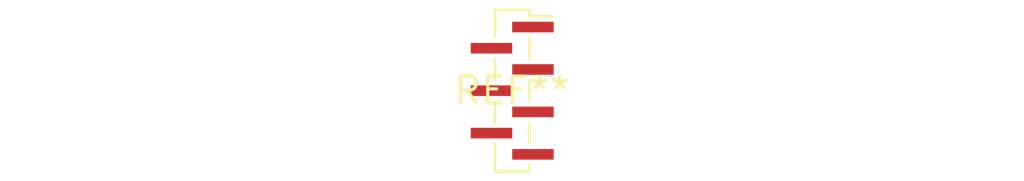
<source format=kicad_pcb>
(kicad_pcb (version 20240108) (generator pcbnew)
  (layers (0 "F.Cu" signal) (31 "B.Cu" signal) (34 "B.Paste" user) (35 "F.Paste" user) (36 "B.SilkS" user "B.Silkscreen") (37 "F.SilkS" user "F.Silkscreen") (38 "B.Mask" user) (39 "F.Mask" user) (44 "Edge.Cuts" user))
  (net 0 "")
  (footprint "PinSocket_1x07_P1.00mm_Vertical_SMD_Pin1Right" (layer "F.Cu") (at 0 0)
    (property "Reference" "REF**")
    (property "Value" "PinSocket_1x07_P1.00mm_Vertical_SMD_Pin1Right")
    (fp_line (start -0.81 -3.81) (end -0.81 -2.51) (layer "F.SilkS") (stroke (width 0.12)))
    (fp_line (start -0.81 -3.81) (end 0.81 -3.81) (layer "F.SilkS") (stroke (width 0.12)))
    (fp_line (start -0.81 -1.49) (end -0.81 -0.51) (layer "F.SilkS") (stroke (width 0.12)))
    (fp_line (start -0.81 0.51) (end -0.81 1.49) (layer "F.SilkS") (stroke (width 0.12)))
    (fp_line (start -0.81 2.51) (end -0.81 3.81) (layer "F.SilkS") (stroke (width 0.12)))
    (fp_line (start -0.81 3.81) (end 0.81 3.81) (layer "F.SilkS") (stroke (width 0.12)))
    (fp_line (start 0.81 -3.81) (end 0.81 -3.51) (layer "F.SilkS") (stroke (width 0.12)))
    (fp_line (start 0.81 -3.51) (end 1.89 -3.51) (layer "F.SilkS") (stroke (width 0.12)))
    (fp_line (start 0.81 -2.49) (end 0.81 -1.51) (layer "F.SilkS") (stroke (width 0.12)))
    (fp_line (start 0.81 -0.49) (end 0.81 0.49) (layer "F.SilkS") (stroke (width 0.12)))
    (fp_line (start 0.81 1.51) (end 0.81 2.49) (layer "F.SilkS") (stroke (width 0.12)))
    (fp_line (start 0.81 3.51) (end 0.81 3.81) (layer "F.SilkS") (stroke (width 0.12)))
    (pad "1" smd rect (at 0.975 -3) (size 1.95 0.5) (layers "F.Cu" "F.Paste" "F.Mask"))
    (pad "2" smd rect (at -0.975 -2) (size 1.95 0.5) (layers "F.Cu" "F.Paste" "F.Mask"))
    (pad "3" smd rect (at 0.975 -1) (size 1.95 0.5) (layers "F.Cu" "F.Paste" "F.Mask"))
    (pad "4" smd rect (at -0.975 0) (size 1.95 0.5) (layers "F.Cu" "F.Paste" "F.Mask"))
    (pad "5" smd rect (at 0.975 1) (size 1.95 0.5) (layers "F.Cu" "F.Paste" "F.Mask"))
    (pad "6" smd rect (at -0.975 2) (size 1.95 0.5) (layers "F.Cu" "F.Paste" "F.Mask"))
    (pad "7" smd rect (at 0.975 3) (size 1.95 0.5) (layers "F.Cu" "F.Paste" "F.Mask"))
  )
)
</source>
